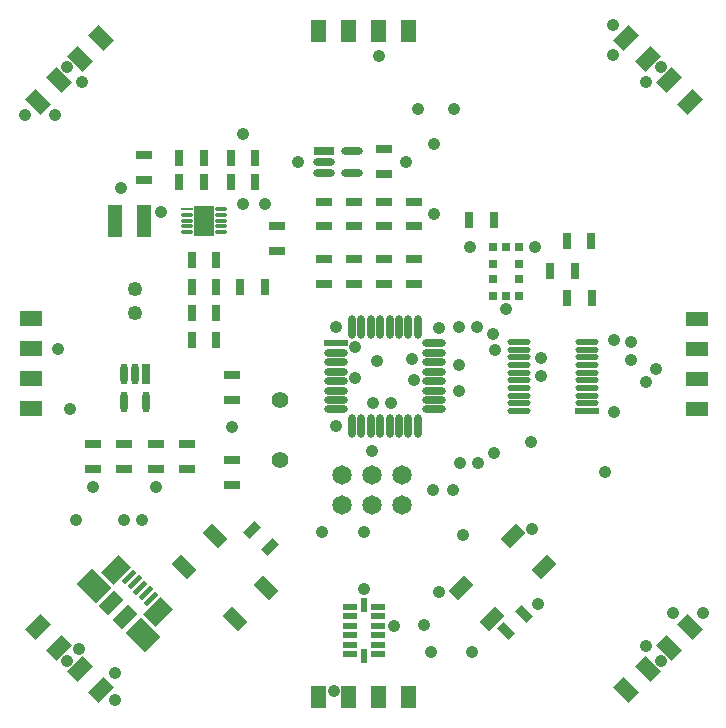
<source format=gts>
%FSLAX33Y33*%
%MOMM*%
%AMRect-W741421-H1391421-RO1.000*
21,1,0.741421,1.391421,0.,0.,180*%
%AMRect-W1800000-H1100000-RO1.750*
21,1,1.8,1.1,0.,0.,45*%
%AMRect-W1971339-H469164-RO1.000*
21,1,1.971339,0.469164,0.,0.,180*%
%AMRR-H469164-W1971339-R234582-RO1.000*
21,1,1.502175,0.469164,0.,0.,180*
21,1,1.971339,0.,0.,0.,180*
1,1,0.469164,0.7510875,-0.*
1,1,0.469164,-0.7510875,-0.*
1,1,0.469164,-0.7510875,0.*
1,1,0.469164,0.7510875,0.*%
%AMRect-W741421-H1391421-RO0.500*
21,1,0.741421,1.391421,0.,0.,270*%
%AMRect-W700000-H600000-RO1.500*
21,1,0.7,0.6,0.,0.,90*%
%AMRect-W2700000-H1250000-RO0.500*
21,1,2.7,1.25,0.,0.,270*%
%AMRect-W1905000-H1270000-RO1.250*
21,1,1.905,1.27,0.,0.,135*%
%AMRect-W1905000-H1270000-RO0.500*
21,1,1.905,1.27,0.,0.,270*%
%AMRect-W1772134-H640734-RO0.500*
21,1,1.772134,0.640734,0.,0.,270*%
%AMRR-H640734-W1772134-R320367-RO0.500*
21,1,1.1314,0.640734,0.,0.,270*
21,1,1.772134,0.,0.,0.,270*
1,1,0.640734,0.,0.5657*
1,1,0.640734,0.,-0.5657*
1,1,0.640734,-0.,-0.5657*
1,1,0.640734,-0.,0.5657*%
%AMRect-W741421-H1391421-RO0.250*
21,1,0.741421,1.391421,0.,0.,315*%
%AMRect-W1905000-H1270000-RO0.250*
21,1,1.905,1.27,0.,0.,315*%
%AMRect-W741421-H1391421-RO1.750*
21,1,0.741421,1.391421,0.,0.,45*%
%AMRect-W1905000-H1270000-RO1.500*
21,1,1.905,1.27,0.,0.,90*%
%AMRect-W561421-H1171421-RO1.000*
21,1,0.561421,1.171421,0.,0.,180*%
%AMRect-W1171421-H561421-RO1.000*
21,1,1.171421,0.561421,0.,0.,180*%
%AMRect-W741421-H1391421-RO1.500*
21,1,0.741421,1.391421,0.,0.,90*%
%AMRect-W2100000-H1500000-RO1.750*
21,1,2.1,1.5,0.,0.,45*%
%AMRect-W1900000-H2375000-RO1.750*
21,1,1.9,2.375,0.,0.,45*%
%AMRect-W1900000-H1175000-RO1.750*
21,1,1.9,1.175,0.,0.,45*%
%AMRect-W1380000-H450000-RO1.750*
21,1,1.38,0.45,0.,0.,45*%
%AMRect-W1905000-H1270000-RO1.750*
21,1,1.905,1.27,0.,0.,45*%
%AMRR-H656155-W1818240-R328077-RO0.000*
21,1,1.162086,0.656155,0.,0.,360*
21,1,1.81824,0.000001,0.,0.,360*
1,1,0.656154,-0.581043,0.0000005*
1,1,0.656154,0.581043,0.0000005*
1,1,0.656154,0.581043,-0.0000005*
1,1,0.656154,-0.581043,-0.0000005*%
%AMRect-W1905000-H1270000-RO0.750*
21,1,1.905,1.27,0.,0.,225*%
%AMRR-H285472-W1077620-R142736-RO0.000*
21,1,0.792148,0.285472,0.,0.,360*
21,1,1.07762,0.,0.,0.,360*
1,1,0.285472,-0.396074,0.*
1,1,0.285472,0.396074,0.*
1,1,0.285472,0.396074,-0.*
1,1,0.285472,-0.396074,0.*%
%AMRect-W1800000-H1100000-RO0.250*
21,1,1.8,1.1,0.,0.,315*%
%AMRR-H606155-W2017345-R303077-RO0.000*
21,1,1.411191,0.606155,0.,0.,360*
21,1,2.017345,0.000001,0.,0.,360*
1,1,0.606154,-0.7055955,0.0000005*
1,1,0.606154,0.7055955,0.0000005*
1,1,0.606154,0.7055955,-0.0000005*
1,1,0.606154,-0.7055955,-0.0000005*%
%AMRR-H2017345-W606155-R303077-RO0.000*
21,1,0.000001,2.017345,0.,0.,360*
21,1,0.606155,1.411191,0.,0.,360*
1,1,0.606154,-0.0000005,0.7055955*
1,1,0.606154,0.0000005,0.7055955*
1,1,0.606154,0.0000005,-0.7055955*
1,1,0.606154,-0.0000005,-0.7055955*%
%AMRect-W1905000-H1270000-RO1.000*
21,1,1.905,1.27,0.,0.,180*%
%ADD10C,1.0668*%
%ADD11Rect-W741421-H1391421-RO1.000*%
%ADD12Rect-W1800000-H1100000-RO1.750*%
%ADD13Rect-W1971339-H469164-RO1.000*%
%ADD14RR-H469164-W1971339-R234582-RO1.000*%
%ADD15R,0.741421X1.391421*%
%ADD16Rect-W741421-H1391421-RO0.500*%
%ADD17Rect-W700000-H600000-RO1.500*%
%ADD18Rect-W2700000-H1250000-RO0.500*%
%ADD19Rect-W1905000-H1270000-RO1.250*%
%ADD20Rect-W1905000-H1270000-RO0.500*%
%ADD21Rect-W1772134-H640734-RO0.500*%
%ADD22RR-H640734-W1772134-R320367-RO0.500*%
%ADD23Rect-W741421-H1391421-RO0.250*%
%ADD24C,1.4224*%
%ADD25C,1.25*%
%ADD26Rect-W1905000-H1270000-RO0.250*%
%ADD27Rect-W741421-H1391421-RO1.750*%
%ADD28Rect-W1905000-H1270000-RO1.500*%
%ADD29R,1.905X1.27*%
%ADD30Rect-W561421-H1171421-RO1.000*%
%ADD31Rect-W1171421-H561421-RO1.000*%
%ADD32Rect-W741421-H1391421-RO1.500*%
%ADD33Rect-W2100000-H1500000-RO1.750*%
%ADD34Rect-W1900000-H2375000-RO1.750*%
%ADD35Rect-W1900000-H1175000-RO1.750*%
%ADD36Rect-W1380000-H450000-RO1.750*%
%ADD37Rect-W1905000-H1270000-RO1.750*%
%ADD38R,1.81824X0.656155*%
%ADD39RR-H656155-W1818240-R328077-RO0.000*%
%ADD40Rect-W1905000-H1270000-RO0.750*%
%ADD41R,1.07762X0.285472*%
%ADD42R,1.75X2.5*%
%ADD43RR-H285472-W1077620-R142736-RO0.000*%
%ADD44C,1.65*%
%ADD45Rect-W1800000-H1100000-RO0.250*%
%ADD46R,2.017345X0.606155*%
%ADD47RR-H606155-W2017345-R303077-RO0.000*%
%ADD48RR-H2017345-W606155-R303077-RO0.000*%
%ADD49Rect-W1905000-H1270000-RO1.000*%
D10*
%LNtop solder mask_traces*%
G01*
X6350Y3060D03*
X24752Y-0399D03*
X5954Y12712D03*
X0664Y-7388D03*
X8079Y-0063D03*
X4070Y0454D03*
X9144Y-24384D03*
X-24384Y-13208D03*
X-0768Y1470D03*
X-8348Y13556D03*
X8128Y-8404D03*
X23876Y-23876D03*
X-23901Y23901D03*
X8079Y-2308D03*
X23876Y-1505D03*
X-25908Y1270D03*
X28702Y-21082D03*
X2540Y-22138D03*
X12074Y4677D03*
X0762Y-3302D03*
X-21107Y-28473D03*
X4248Y-1324D03*
X-21107Y-26187D03*
X14478Y9902D03*
X25146Y25146D03*
X22606Y1887D03*
X-26187Y21107D03*
X21196Y-4086D03*
X11138Y1237D03*
X-24130Y-24130D03*
X25146Y-25146D03*
X5842Y-10690D03*
X6350Y-19304D03*
X-22916Y-10438D03*
X-20552Y14948D03*
X0Y-19050D03*
X-28727Y21107D03*
X3556Y17134D03*
X23876Y23876D03*
X8382Y-14478D03*
X26162Y-21082D03*
X14224Y-13970D03*
X14190Y-6574D03*
X22606Y0333D03*
X14986Y0486D03*
X1086Y0232D03*
X14732Y-20320D03*
X4572Y21590D03*
X0Y-14194D03*
X-10228Y13556D03*
X-18796Y-13208D03*
X-2398Y-5214D03*
X11006Y-7549D03*
X21082Y28702D03*
X-17131Y12900D03*
X5080Y-22098D03*
X-24892Y-3810D03*
X-0768Y-1140D03*
X9652Y-8404D03*
X21082Y26162D03*
X21196Y2010D03*
X10905Y2524D03*
X7620Y21590D03*
X-2398Y3138D03*
X-2540Y-27686D03*
X20434Y-9114D03*
X-5588Y17134D03*
X-10228Y19520D03*
X-25146Y-25146D03*
X14986Y-1038D03*
X-25171Y25171D03*
X5702Y-24384D03*
X5954Y18662D03*
X8079Y3138D03*
X8955Y9902D03*
X-20310Y-13208D03*
X-17582Y-10438D03*
X-3556Y-14224D03*
X2286Y-3302D03*
X1270Y26050D03*
X-11176Y-5356D03*
X7592Y-10690D03*
X9605Y3138D03*
%LNtop solder mask component beb80eaad782ebe9*%
D11*
X-9178Y15456D03*
X-11278Y15456D03*
%LNtop solder mask component f220e2559b024aca*%
D12*
X15255Y-17155D03*
X10871Y-21539D03*
X12639Y-14539D03*
X8255Y-18923D03*
%LNtop solder mask component 716399b5ec3ff10e*%
D13*
X18927Y-3963D03*
D14*
X18927Y-3313D03*
X18927Y-2663D03*
X18927Y-2013D03*
X18927Y-1363D03*
X18927Y-0713D03*
X18927Y-0063D03*
X18927Y0587D03*
X18927Y1237D03*
X18927Y1887D03*
X13174Y1887D03*
X13174Y1237D03*
X13174Y0587D03*
X13174Y-0063D03*
X13174Y-0713D03*
X13174Y-1363D03*
X13174Y-2013D03*
X13174Y-2663D03*
X13174Y-3313D03*
X13174Y-3963D03*
%LNtop solder mask component c42ff391cce3d33d*%
D15*
X-14580Y4348D03*
X-12480Y4348D03*
%LNtop solder mask component 05a1bf65de73c0c1*%
D16*
X-22916Y-6760D03*
X-22916Y-8860D03*
%LNtop solder mask component 4296f28cb9e6f1b4*%
D17*
X12074Y5802D03*
X10974Y5802D03*
X10974Y7217D03*
X10974Y8487D03*
X10974Y9902D03*
X12074Y9902D03*
X13174Y9902D03*
X13174Y8487D03*
X13174Y7217D03*
X13174Y5802D03*
%LNtop solder mask component aa8b2c3a0102c054*%
D15*
X-10448Y6566D03*
X-8348Y6566D03*
%LNtop solder mask component 06c0945df6a01aad*%
D18*
X-18610Y12154D03*
X-21060Y12154D03*
%LNtop solder mask component 9cbfcdd4f20fc654*%
D19*
X-22223Y27611D03*
X-24019Y25815D03*
X-25815Y24019D03*
X-27611Y22223D03*
%LNtop solder mask component 781711039570e6ff*%
D15*
X-15630Y15456D03*
X-13530Y15456D03*
%LNtop solder mask component dd12a5884f70bee7*%
D16*
X-3334Y13762D03*
X-3334Y11662D03*
%LNtop solder mask component 4b4bc9244a92f48f*%
X-0794Y13762D03*
X-0794Y11662D03*
%LNtop solder mask component 15618ea7413358b2*%
D20*
X-3810Y-28194D03*
X-1270Y-28194D03*
X1270Y-28194D03*
X3810Y-28194D03*
%LNtop solder mask component 260b264faae608ce*%
D16*
X1746Y8902D03*
X1746Y6802D03*
%LNtop solder mask component f68f485a6a4fb12e*%
D21*
X-18410Y-0814D03*
D22*
X-19360Y-0814D03*
X-20310Y-0814D03*
X-20310Y-3166D03*
X-18410Y-3166D03*
%LNtop solder mask component 3bd052a5f03b9332*%
D23*
X-9432Y-14004D03*
X-7947Y-15489D03*
%LNtop solder mask component db8f1da01d8f6e47*%
D24*
X-7112Y-8118D03*
X-7112Y-3038D03*
%LNtop solder mask component 26f6fa9b4e3697ca*%
D25*
X-19360Y6348D03*
X-19360Y4348D03*
%LNtop solder mask component 2987aaf8abc72a42*%
D26*
X22223Y-27611D03*
X24019Y-25815D03*
X25815Y-24019D03*
X27611Y-22223D03*
%LNtop solder mask component 590d8cae9c605ff0*%
D16*
X-0794Y8902D03*
X-0794Y6802D03*
%LNtop solder mask component e3f61c0a2c128970*%
X-11176Y-8118D03*
X-11176Y-10218D03*
%LNtop solder mask component 79ca14763ce3abd8*%
D27*
X12036Y-22626D03*
X13521Y-21141D03*
%LNtop solder mask component 9a7d5eb6b9bd6e32*%
D16*
X-20310Y-6760D03*
X-20310Y-8860D03*
%LNtop solder mask component 6f361a60cfde0d04*%
D28*
X3810Y28194D03*
X1270Y28194D03*
X-1270Y28194D03*
X-3810Y28194D03*
%LNtop solder mask component f4fabeeb908bd5ba*%
D29*
X28194Y-3810D03*
X28194Y-1270D03*
X28194Y1270D03*
X28194Y3810D03*
%LNtop solder mask component 6db7bdd78ee681d9*%
D30*
X0Y-24723D03*
D31*
X-1185Y-21338D03*
X1185Y-22938D03*
X1185Y-20538D03*
X1185Y-24538D03*
X-1185Y-23738D03*
X-1185Y-22938D03*
X-1185Y-24538D03*
X1185Y-22138D03*
X-1185Y-22138D03*
X1185Y-21338D03*
X-1185Y-20538D03*
X1185Y-23738D03*
D30*
X0Y-20353D03*
%LNtop solder mask component e235e8971882a55e*%
D15*
X17238Y5566D03*
X19338Y5566D03*
%LNtop solder mask component 68a7e395ece5492c*%
D16*
X4286Y8902D03*
X4286Y6802D03*
%LNtop solder mask component e7051b2b2805eb37*%
D32*
X1746Y16084D03*
X1746Y18184D03*
%LNtop solder mask component ec5ab950653071ca*%
D15*
X-11278Y17488D03*
X-9178Y17488D03*
%LNtop solder mask component 0e867a3c19666a82*%
X-14580Y2062D03*
X-12480Y2062D03*
%LNtop solder mask component 162f7d07dea3da75*%
X15748Y7846D03*
X17848Y7846D03*
%LNtop solder mask component 07ba0c5d4a7a4e02*%
X8942Y12170D03*
X11042Y12170D03*
%LNtop solder mask component 14f1055c4d1089ed*%
D33*
X-17425Y-20943D03*
D34*
X-18724Y-22914D03*
D35*
X-20218Y-21420D03*
D33*
X-20952Y-17452D03*
D35*
X-21385Y-20236D03*
D36*
X-18944Y-18944D03*
X-19863Y-18024D03*
X-18484Y-19403D03*
X-19403Y-18484D03*
X-18024Y-19863D03*
D34*
X-22887Y-18769D03*
%LNtop solder mask component cc9f9b79252b0a74*%
D16*
X4286Y13762D03*
X4286Y11662D03*
%LNtop solder mask component 63ff0f5540c8ca29*%
D37*
X27611Y22223D03*
X25815Y24019D03*
X24019Y25815D03*
X22223Y27611D03*
%LNtop solder mask component e236cd287ee15b86*%
D15*
X-14580Y6566D03*
X-12480Y6566D03*
%LNtop solder mask component 96f420afb51e076d*%
D16*
X-7366Y11696D03*
X-7366Y9596D03*
%LNtop solder mask component 4bf2e97556516e23*%
D38*
X-3334Y18084D03*
D39*
X-3334Y17134D03*
X-3334Y16184D03*
X-1028Y16184D03*
X-1028Y18084D03*
%LNtop solder mask component ba02c652f2eddfd1*%
D40*
X-27611Y-22223D03*
X-25815Y-24019D03*
X-24019Y-25815D03*
X-22223Y-27611D03*
%LNtop solder mask component 980529a8efc2a642*%
D41*
X-14982Y13154D03*
D42*
X-13530Y12154D03*
D43*
X-14982Y12654D03*
X-14982Y12154D03*
X-14982Y11654D03*
X-14982Y11154D03*
X-12078Y11154D03*
X-12078Y11654D03*
X-12078Y12154D03*
X-12078Y12654D03*
X-12078Y13154D03*
%LNtop solder mask component e2bc7beb142f3684*%
D15*
X-15630Y17488D03*
X-13530Y17488D03*
%LNtop solder mask component e41167a18c6b7d24*%
D32*
X-15008Y-8860D03*
X-15008Y-6760D03*
%LNtop solder mask component 613bc691a411fb2b*%
D11*
X19270Y10392D03*
X17170Y10392D03*
%LNtop solder mask component ab0f4d277d178ad3*%
D44*
X3204Y-9420D03*
X0664Y-9420D03*
X-1876Y-9420D03*
X3204Y-11960D03*
X0664Y-11960D03*
X-1876Y-11960D03*
%LNtop solder mask component 7d1b4828299bd936*%
D45*
X-10871Y-21539D03*
X-15255Y-17155D03*
X-8255Y-18923D03*
X-12639Y-14539D03*
%LNtop solder mask component 108beaf41594700f*%
D46*
X-2398Y1762D03*
D47*
X-2398Y-3038D03*
D48*
X3778Y-5214D03*
X2178Y3138D03*
X2978Y-5214D03*
D47*
X5954Y-0638D03*
D48*
X2978Y3138D03*
D47*
X5954Y0162D03*
X5954Y-3038D03*
D48*
X3778Y3138D03*
D47*
X5954Y0962D03*
X-2398Y-0638D03*
X-2398Y0962D03*
D48*
X-0222Y-5214D03*
D47*
X5954Y-2238D03*
D48*
X0578Y3138D03*
D47*
X5954Y-1438D03*
D48*
X1378Y-5214D03*
X4578Y3138D03*
X-1022Y3138D03*
D47*
X-2398Y-2238D03*
D48*
X1378Y3138D03*
D47*
X-2398Y0162D03*
X-2398Y-1438D03*
D48*
X4578Y-5214D03*
X2178Y-5214D03*
X-1022Y-5214D03*
X-0222Y3138D03*
D47*
X5954Y1762D03*
X-2398Y-3838D03*
X5954Y-3838D03*
D48*
X0578Y-5214D03*
%LNtop solder mask component c7f2a2bcece131e5*%
D16*
X-17582Y-6760D03*
X-17582Y-8860D03*
%LNtop solder mask component 8132c3c0ac6c43ff*%
D32*
X-11176Y-3038D03*
X-11176Y-0938D03*
%LNtop solder mask component cd9a568377799ef8*%
D15*
X-14580Y8818D03*
X-12480Y8818D03*
%LNtop solder mask component ea07bc83115d531b*%
D16*
X1746Y13762D03*
X1746Y11662D03*
%LNtop solder mask component e6062f75892d83a3*%
D49*
X-28194Y3810D03*
X-28194Y1270D03*
X-28194Y-1270D03*
X-28194Y-3810D03*
%LNtop solder mask component ff1dc2f0dbcf46e9*%
D16*
X-18610Y17724D03*
X-18610Y15624D03*
%LNtop solder mask component 0c1a80d3f34f5b53*%
X-3334Y8902D03*
X-3334Y6802D03*
M02*
</source>
